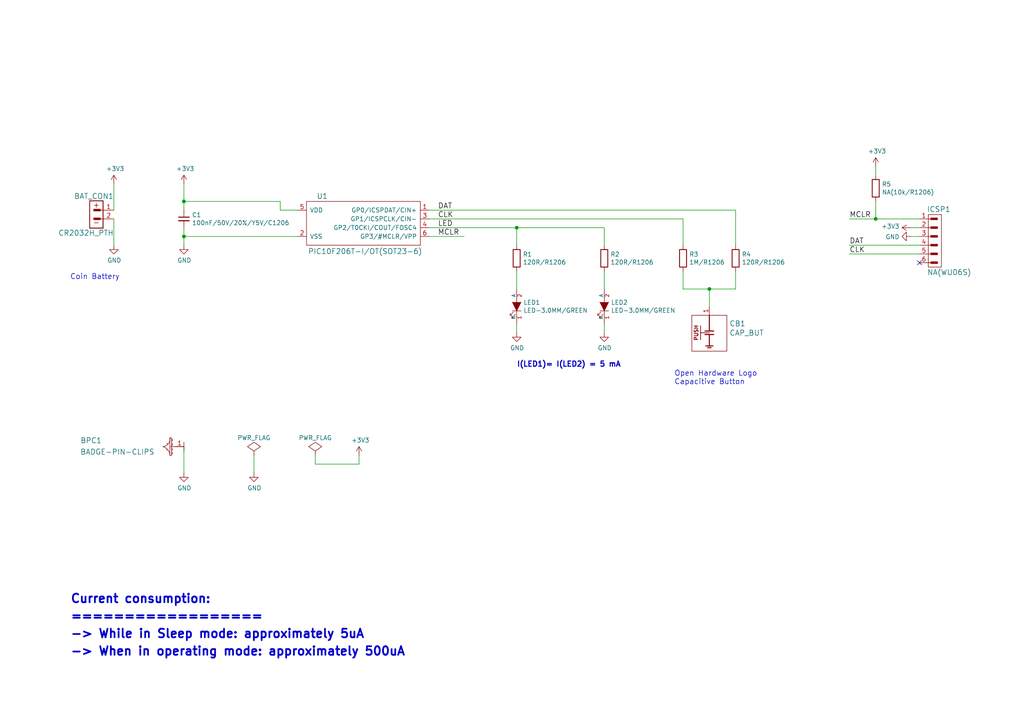
<source format=kicad_sch>
(kicad_sch (version 20230121) (generator eeschema)
  (paper "A4")
  (title_block (company "OLIMEX LTD.") (comment 1 "https://www.olimex.com"))
  (lib_symbols
    (symbol "OSHW-GHOST_Rev_A-rescue:+3.3V" (power) (pin_names (offset 0))
      (property "Value" "+3.3V" (at 0 3.556 0))
      (symbol "+3.3V_0_1"
        (polyline (pts (xy -0.762 1.27) (xy 0 2.54)))
        (polyline (pts (xy 0 0) (xy 0 2.54)))
        (polyline (pts (xy 0 2.54) (xy 0.762 1.27)))
      )
      (symbol "+3.3V_1_1"
        (pin power_in line (at 0 0 90) (length 0) hide (name "+3V3") (number "1"))
      )
    )
    (symbol "OSHW-GHOST_Rev_A-rescue:+3V" (power) (pin_names (offset 0))
      (property "Value" "+3V" (at 0 3.556 0))
      (symbol "+3V_0_1"
        (polyline (pts (xy -0.762 1.27) (xy 0 2.54)))
        (polyline (pts (xy 0 0) (xy 0 2.54)))
        (polyline (pts (xy 0 2.54) (xy 0.762 1.27)))
      )
      (symbol "+3V_1_1"
        (pin power_in line (at 0 0 90) (length 0) hide (name "+3V3") (number "1"))
      )
    )
    (symbol "OSHW-GHOST_Rev_A-rescue:BADGE-PIN-CLIPS" (pin_names (offset 1.016))
      (property "Reference" "BPC" (at 0 12.7 0))
      (property "Value" "BADGE-PIN-CLIPS" (at 0 -12.7 0))
      (symbol "BADGE-PIN-CLIPS_0_1"
        (arc (start -2.286 0) (mid -0.722 0.8362) (end -0.254 2.54))
        (arc (start -0.254 -2.54) (mid -0.8497 -0.9318) (end -2.286 0))
        (rectangle (start -0.254 2.54) (end 0.254 -2.54))
        (polyline (pts (xy -1.016 -0.762) (xy -1.27 -1.016)))
        (polyline (pts (xy -0.889 0.762) (xy -1.143 1.016)))
        (polyline (pts (xy 0 0) (xy 3.81 0)))
        (polyline (pts (xy 3.81 1.27) (xy 3.81 -1.27)))
        (polyline (pts (xy 0.254 -1.524) (xy 0.508 -1.905) (xy 0.254 -2.286)))
        (polyline (pts (xy 0.254 -0.381) (xy 0.508 -0.762) (xy 0.254 -1.143)))
        (polyline (pts (xy 0.254 1.016) (xy 0.508 0.635) (xy 0.254 0.254)))
        (polyline (pts (xy 0.254 2.286) (xy 0.508 1.905) (xy 0.254 1.524)))
      )
      (symbol "BADGE-PIN-CLIPS_1_1"
        (pin power_in line (at 3.81 0 180) (length 2.4892) (name "~") (number "1"))
      )
    )
    (symbol "OSHW-GHOST_Rev_A-rescue:BAT_CON" (pin_names (offset 1.016))
      (property "Reference" "BAT_CON" (at 0.635 5.08 0))
      (property "Value" "BAT_CON" (at 0 -5.334 0))
      (symbol "BAT_CON_0_0"
        (rectangle (start -2.0066 4.064) (end 1.9812 -4.0132))
        (rectangle (start -1.905 3.9116) (end 1.8796 -3.8608))
        (rectangle (start -1.1684 -0.9652) (end 0.762 -1.524))
        (rectangle (start -1.1684 1.5748) (end 0.762 1.016))
        (rectangle (start -1.0414 1.3716) (end 0.635 1.1684))
        (rectangle (start -0.9398 -1.143) (end 0.7366 -1.3462))
        (polyline (pts (xy -1.905 -1.27) (xy -1.143 -1.27)))
        (polyline (pts (xy -1.905 1.27) (xy -1.143 1.27)))
        (rectangle (start 0.6858 1.2446) (end -0.9652 1.3462))
        (rectangle (start 0.7112 -1.3208) (end -0.9398 -1.2192))
        (rectangle (start 0.7112 1.1176) (end -1.0668 1.4732))
        (rectangle (start 0.7366 -1.4224) (end -1.0414 -1.0668))
        (text "+" (at 0 2.794 0) (effects (font (size 1.524 1.524))))
        (text "-" (at 0 -2.286 0) (effects (font (size 1.524 1.524))))
      )
      (symbol "BAT_CON_1_1"
        (pin passive line (at -5.08 1.27 0) (length 2.9972) (name "~") (number "1"))
        (pin passive line (at -5.08 -1.27 0) (length 2.9972) (name "~") (number "2"))
      )
    )
    (symbol "OSHW-GHOST_Rev_A-rescue:C" (pin_numbers hide) (pin_names (offset 0.254) hide)
      (property "Reference" "C" (at 0.254 1.778 0))
      (property "Value" "C" (at 0.254 -2.032 0))
      (symbol "C_0_1"
        (polyline (pts (xy -1.524 -0.508) (xy 1.524 -0.508)) (stroke (width 0.3302)))
        (polyline (pts (xy -1.524 0.508) (xy 1.524 0.508)) (stroke (width 0.3048)))
      )
      (symbol "C_1_1"
        (pin passive line (at 0 2.54 270) (length 1.905) (name "~") (number "1"))
        (pin passive line (at 0 -2.54 90) (length 2.032) (name "~") (number "2"))
      )
    )
    (symbol "OSHW-GHOST_Rev_A-rescue:CAP_BUT" (pin_names (offset 1.016))
      (property "Reference" "CB" (at -3.81 6.858 0))
      (property "Value" "CAP_BUT" (at -0.254 -7.112 0))
      (symbol "CAP_BUT_0_0"
        (polyline (pts (xy -2.54 0) (xy 0 0)) (stroke (width 0.2032)))
        (polyline (pts (xy -2.54 2.032) (xy -2.54 -2.032)) (stroke (width 0.2032)))
        (polyline (pts (xy -1.016 -3.81) (xy 1.016 -3.81)) (stroke (width 0.3048)))
        (polyline (pts (xy -0.508 -4.318) (xy 0.508 -4.318)) (stroke (width 0.3048)))
        (polyline (pts (xy 0 -4.826) (xy 0 -4.826)) (stroke (width 0.3048)))
        (polyline (pts (xy 0 0.508) (xy 0 5.08)) (stroke (width 0.3048)))
        (polyline (pts (xy -1.27 -0.508) (xy 0 -0.508) (xy 1.27 -0.508)) (stroke (width 0.3048)))
        (polyline (pts (xy -1.27 0.508) (xy 0 0.508) (xy 1.27 0.508)) (stroke (width 0.3048)))
        (polyline (pts (xy 0 -0.508) (xy 0 -3.048) (xy 0 -3.81)) (stroke (width 0.3048)))
        (text "PUSH" (at -3.81 0 900) (effects (font (size 1.0922 1.0922) bold)))
      )
      (symbol "CAP_BUT_0_1"
        (rectangle (start -5.08 5.08) (end 5.08 -5.334))
      )
      (symbol "CAP_BUT_1_1"
        (pin bidirectional line (at 0 7.62 270) (length 2.4892) (name "~") (number "1"))
      )
    )
    (symbol "OSHW-GHOST_Rev_A-rescue:CON6" (pin_names (offset 1.016))
      (property "Reference" "CON" (at -1.27 7.62 0))
      (property "Value" "CON6" (at -1.27 -10.16 0))
      (symbol "CON6_0_0"
        (rectangle (start -2.6416 -7.7724) (end -0.8636 -7.4168))
        (rectangle (start -2.6416 -5.2324) (end -0.8636 -4.8768))
        (rectangle (start -2.6416 -2.6924) (end -0.8636 -2.3368))
        (rectangle (start -2.6416 -0.1524) (end -0.8636 0.2032))
        (rectangle (start -2.6416 2.3876) (end -0.8636 2.7432))
        (rectangle (start -2.6162 -7.6708) (end -0.9652 -7.5692))
        (rectangle (start -2.6162 -5.1308) (end -0.9652 -5.0292))
        (rectangle (start -2.6162 -2.5908) (end -0.9652 -2.4892))
        (rectangle (start -2.6162 -0.0508) (end -0.9652 0.0508))
        (rectangle (start -2.6162 2.4892) (end -0.9652 2.5908))
        (rectangle (start -2.6162 4.9276) (end -0.8382 5.2832))
        (rectangle (start -2.5908 5.0546) (end -0.9398 5.1562))
        (rectangle (start -0.9652 -7.493) (end -2.6416 -7.6962))
        (rectangle (start -0.9652 -4.953) (end -2.6416 -5.1562))
        (rectangle (start -0.9652 -2.413) (end -2.6416 -2.6162))
        (rectangle (start -0.9652 0.127) (end -2.6416 -0.0762))
        (rectangle (start -0.9652 2.667) (end -2.6416 2.4638))
        (rectangle (start -0.8636 5.1816) (end -2.54 4.9784))
        (rectangle (start -0.7366 -7.3152) (end -2.667 -7.874))
        (rectangle (start -0.7366 -4.7752) (end -2.667 -5.334))
        (rectangle (start -0.7366 -2.2352) (end -2.667 -2.794))
        (rectangle (start -0.7366 0.3048) (end -2.667 -0.254))
        (rectangle (start -0.7366 2.8448) (end -2.667 2.286))
        (rectangle (start -0.7366 5.3848) (end -2.667 4.826))
        (polyline (pts (xy 0 -7.62) (xy -0.762 -7.62)))
        (polyline (pts (xy 0 -5.08) (xy -0.762 -5.08)))
        (polyline (pts (xy 0 -2.54) (xy -0.762 -2.54)))
        (polyline (pts (xy 0 0) (xy -0.762 0)))
        (polyline (pts (xy 0 2.54) (xy -0.762 2.54)))
        (polyline (pts (xy 0 5.08) (xy -0.762 5.08)))
      )
      (symbol "CON6_0_1"
        (rectangle (start -3.81 6.35) (end 0 -8.89))
      )
      (symbol "CON6_1_1"
        (pin passive line (at 2.54 5.08 180) (length 2.54) (name "~") (number "1"))
        (pin passive line (at 2.54 2.54 180) (length 2.54) (name "~") (number "2"))
        (pin passive line (at 2.54 0 180) (length 2.54) (name "~") (number "3"))
        (pin passive line (at 2.54 -2.54 180) (length 2.54) (name "~") (number "4"))
        (pin passive line (at 2.54 -5.08 180) (length 2.54) (name "~") (number "5"))
        (pin passive line (at 2.54 -7.62 180) (length 2.54) (name "~") (number "6"))
      )
    )
    (symbol "OSHW-GHOST_Rev_A-rescue:GND" (power) (pin_names (offset 0))
      (property "Value" "GND" (at 0 -3.81 0))
      (symbol "GND_0_1"
        (polyline (pts (xy 0 0) (xy 0 -1.27) (xy 1.27 -1.27) (xy 0 -2.54) (xy -1.27 -1.27) (xy 0 -1.27)))
      )
      (symbol "GND_1_1"
        (pin power_in line (at 0 0 270) (length 0) hide (name "GND") (number "1"))
      )
    )
    (symbol "OSHW-GHOST_Rev_A-rescue:LED" (pin_names (offset 0))
      (property "Reference" "LED" (at 0 2.54 0))
      (property "Value" "LED" (at 0 -2.54 0))
      (symbol "LED_0_1"
        (polyline (pts (xy -3.302 1.397) (xy -3.302 0.889)))
        (polyline (pts (xy -2.54 1.905) (xy -2.032 1.905)))
        (polyline (pts (xy -1.27 -1.27) (xy -1.27 1.27)))
        (polyline (pts (xy -2.286 0.381) (xy -3.302 1.397) (xy -2.794 1.397)))
        (polyline (pts (xy -1.651 1.016) (xy -2.54 1.905) (xy -2.54 1.397)))
        (polyline (pts (xy 1.27 -1.27) (xy -1.27 0) (xy 1.27 1.27)) (fill (type outline)))
      )
      (symbol "LED_1_1"
        (pin passive line (at -5.08 0 0) (length 3.81) (name "K") (number "1"))
        (pin passive line (at 5.08 0 180) (length 3.81) (name "A") (number "2"))
      )
    )
    (symbol "OSHW-GHOST_Rev_A-rescue:PIC10F206T-I/OT(SOT23-6)" (pin_names (offset 1.016))
      (property "Reference" "U" (at -14.986 6.35 0))
      (property "Value" "PIC10F206T-I/OT(SOT23-6)" (at -1.016 -9.398 0))
      (symbol "PIC10F206T-I/OT(SOT23-6)_0_1"
        (rectangle (start -17.78 5.08) (end 15.24 -7.62))
      )
      (symbol "PIC10F206T-I/OT(SOT23-6)_1_1"
        (pin bidirectional line (at 17.78 2.54 180) (length 2.4892) (name "GP0/ICSPDAT/CIN+") (number "1"))
        (pin power_in line (at -20.32 -5.08 0) (length 2.4892) (name "VSS") (number "2"))
        (pin bidirectional line (at 17.78 0 180) (length 2.4892) (name "GP1/ICSPCLK/CIN-") (number "3"))
        (pin bidirectional line (at 17.78 -2.54 180) (length 2.4892) (name "GP2/T0CKI/COUT/FOSC4") (number "4"))
        (pin power_in line (at -20.32 2.54 0) (length 2.4892) (name "VDD") (number "5"))
        (pin input line (at 17.78 -5.08 180) (length 2.4892) (name "GP3/#MCLR/VPP") (number "6"))
      )
    )
    (symbol "OSHW-GHOST_Rev_A-rescue:PWR_FLAG" (power) (pin_numbers hide) (pin_names (offset 0) hide)
      (property "Value" "PWR_FLAG" (at 0 4.572 0))
      (symbol "PWR_FLAG_0_0"
        (pin power_out line (at 0 0 90) (length 0) (name "pwr") (number "1"))
      )
      (symbol "PWR_FLAG_0_1"
        (polyline (pts (xy 0 0) (xy 0 1.27) (xy -1.905 2.54) (xy 0 3.81) (xy 1.905 2.54) (xy 0 1.27)))
      )
    )
    (symbol "OSHW-GHOST_Rev_A-rescue:R" (pin_numbers hide) (pin_names (offset 0))
      (property "Reference" "R" (at 0 2.032 0))
      (property "Value" "R" (at 0 0 0))
      (symbol "R_0_1"
        (rectangle (start 2.54 -1.016) (end -2.54 1.016) (stroke (width 0.254)))
      )
      (symbol "R_1_1"
        (pin passive line (at -3.81 0 0) (length 1.27) (name "~") (number "1"))
        (pin passive line (at 3.81 0 180) (length 1.27) (name "~") (number "2"))
      )
    )
  )
  (junction (at 205.74 83.82))
  (junction (at 149.86 66.04))
  (junction (at 53.34 58.42))
  (junction (at 254 63.5))
  (junction (at 53.34 68.58))
  (no_connect (at 266.7 76.2))
  (wire (pts (xy 81.28 58.42) (xy 53.34 58.42)))
  (wire (pts (xy 149.86 78.74) (xy 149.86 83.82)))
  (wire (pts (xy 53.34 129.54) (xy 53.34 137.16)))
  (wire (pts (xy 73.66 137.16) (xy 73.66 132.08)))
  (wire (pts (xy 91.44 134.62) (xy 104.14 134.62)))
  (wire (pts (xy 104.14 134.62) (xy 104.14 132.08)))
  (wire (pts (xy 198.12 78.74) (xy 198.12 83.82)))
  (wire (pts (xy 33.02 60.96) (xy 33.02 53.34)))
  (wire (pts (xy 213.36 83.82) (xy 213.36 78.74)))
  (wire (pts (xy 149.86 93.98) (xy 149.86 96.52)))
  (wire (pts (xy 124.46 63.5) (xy 198.12 63.5)))
  (wire (pts (xy 33.02 63.5) (xy 33.02 71.12)))
  (wire (pts (xy 53.34 53.34) (xy 53.34 58.42)))
  (wire (pts (xy 149.86 71.12) (xy 149.86 66.04)))
  (wire (pts (xy 266.7 71.12) (xy 246.38 71.12)))
  (wire (pts (xy 175.26 93.98) (xy 175.26 96.52)))
  (wire (pts (xy 124.46 60.96) (xy 213.36 60.96)))
  (wire (pts (xy 264.16 68.58) (xy 266.7 68.58)))
  (wire (pts (xy 175.26 78.74) (xy 175.26 83.82)))
  (wire (pts (xy 53.34 68.58) (xy 53.34 71.12)))
  (wire (pts (xy 81.28 60.96) (xy 81.28 58.42)))
  (wire (pts (xy 205.74 88.9) (xy 205.74 83.82)))
  (wire (pts (xy 198.12 83.82) (xy 205.74 83.82)))
  (wire (pts (xy 254 48.26) (xy 254 50.8)))
  (wire (pts (xy 91.44 132.08) (xy 91.44 134.62)))
  (wire (pts (xy 205.74 83.82) (xy 213.36 83.82)))
  (wire (pts (xy 86.36 60.96) (xy 81.28 60.96)))
  (wire (pts (xy 149.86 66.04) (xy 175.26 66.04)))
  (wire (pts (xy 246.38 63.5) (xy 254 63.5)))
  (wire (pts (xy 264.16 66.04) (xy 266.7 66.04)))
  (wire (pts (xy 86.36 68.58) (xy 53.34 68.58)))
  (wire (pts (xy 124.46 68.58) (xy 134.62 68.58)))
  (wire (pts (xy 198.12 63.5) (xy 198.12 71.12)))
  (wire (pts (xy 254 63.5) (xy 266.7 63.5)))
  (wire (pts (xy 266.7 73.66) (xy 246.38 73.66)))
  (wire (pts (xy 53.34 58.42) (xy 53.34 60.96)))
  (wire (pts (xy 213.36 60.96) (xy 213.36 71.12)))
  (wire (pts (xy 254 58.42) (xy 254 63.5)))
  (wire (pts (xy 175.26 66.04) (xy 175.26 71.12)))
  (wire (pts (xy 53.34 66.04) (xy 53.34 68.58)))
  (wire (pts (xy 124.46 66.04) (xy 149.86 66.04)))
  (text "==================" (at 20.32 180.34 0) (effects (font (size 2.4892 2.4892) (thickness 0.4978) bold) (justify left bottom)))
  (text "Coin Battery" (at 20.32 81.28 0) (effects (font (size 1.524 1.524)) (justify left bottom)))
  (text "Open Hardware Logo\nCapacitive Button" (at 195.58 111.76 0) (effects (font (size 1.524 1.524)) (justify left bottom)))
  (text "-> While in Sleep mode: approximately 5uA" (at 20.32 185.42 0) (effects (font (size 2.4892 2.4892) (thickness 0.4978) bold) (justify left bottom)))
  (text "-> When in operating mode: approximately 500uA" (at 20.32 190.5 0) (effects (font (size 2.4892 2.4892) (thickness 0.4978) bold) (justify left bottom)))
  (text "I(LED1)= I(LED2) = 5 mA" (at 149.86 106.68 0) (effects (font (size 1.524 1.524) (thickness 0.3048) bold) (justify left bottom)))
  (text "Current consumption:" (at 20.32 175.26 0) (effects (font (size 2.4892 2.4892) (thickness 0.4978) bold) (justify left bottom)))
  (label "CLK" (at 127 63.5 0) (effects (font (size 1.524 1.524))))
  (label "LED" (at 127 66.04 0) (effects (font (size 1.524 1.524))))
  (label "CLK" (at 246.38 73.66 0) (effects (font (size 1.524 1.524))))
  (label "DAT" (at 246.38 71.12 0) (effects (font (size 1.524 1.524))))
  (label "MCLR" (at 246.38 63.5 0) (effects (font (size 1.524 1.524))))
  (label "MCLR" (at 127 68.58 0) (effects (font (size 1.524 1.524))))
  (label "DAT" (at 127 60.96 0) (effects (font (size 1.524 1.524))))
  (symbol (lib_id "OSHW-GHOST_Rev_A-rescue:BAT_CON") (at 27.94 62.23 0) (mirror y) (unit 1)
    (property "Reference" "BAT_CON1" (at 33.02 56.896 0) (effects (font (size 1.524 1.524)) (justify left)))
    (property "Value" "CR2032H_PTH" (at 33.02 67.564 0) (effects (font (size 1.524 1.524)) (justify left)))
    (property "Footprint" "OLIMEX_Connectors-FP:CR2032H_PTH" (effects hide))
    (property "Fieldname 1" "Value 1" (effects hide))
    (property "Fieldname2" "Value2" (effects hide))
    (property "Fieldname3" "Value3" (effects hide))
  )
  (symbol (lib_id "OSHW-GHOST_Rev_A-rescue:PIC10F206T-I/OT(SOT23-6)") (at 106.68 63.5 0) (unit 1)
    (property "Reference" "U1" (at 93.472 56.896 0) (effects (font (size 1.524 1.524))))
    (property "Value" "PIC10F206T-I/OT(SOT23-6)" (at 105.918 72.898 0) (effects (font (size 1.524 1.524))))
    (property "Footprint" "OLIMEX_IC-FP:SOT23-6" (effects hide))
    (property "Fieldname 1" "Value 1" (effects hide))
    (property "Fieldname2" "Value2" (effects hide))
    (property "Fieldname3" "Value3" (effects hide))
  )
  (symbol (lib_id "OSHW-GHOST_Rev_A-rescue:C") (at 53.34 63.5 0) (unit 1)
    (property "Reference" "C1" (at 55.6768 62.3316 0) (effects (justify left)))
    (property "Value" "100nF/50V/20%/Y5V/C1206" (at 55.6768 64.643 0) (effects (justify left)))
    (property "Footprint" "OLIMEX_RLC-FP:C_1206_5MIL_DWS" (effects hide))
    (property "Fieldname 1" "Value 1" (effects hide))
    (property "Fieldname2" "Value2" (effects hide))
    (property "Fieldname3" "Value3" (effects hide))
  )
  (symbol (lib_id "OSHW-GHOST_Rev_A-rescue:GND") (at 53.34 71.12 0) (unit 1)
    (property "Reference" "#PWR01" (effects hide))
    (property "Value" "GND" (at 53.467 75.5142 0))
  )
  (symbol (lib_id "OSHW-GHOST_Rev_A-rescue:GND") (at 33.02 71.12 0) (unit 1)
    (property "Reference" "#PWR02" (effects hide))
    (property "Value" "GND" (at 33.147 75.5142 0))
  )
  (symbol (lib_id "OSHW-GHOST_Rev_A-rescue:R") (at 198.12 74.93 270) (unit 1)
    (property "Reference" "R3" (at 199.898 73.7616 90) (effects (justify left)))
    (property "Value" "1M/R1206" (at 199.898 76.073 90) (effects (justify left)))
    (property "Footprint" "OLIMEX_RLC-FP:R_1206_5MIL_DWS" (effects hide))
    (property "Fieldname 1" "Value 1" (effects hide))
    (property "Fieldname2" "Value2" (effects hide))
    (property "Fieldname3" "Value3" (effects hide))
  )
  (symbol (lib_id "OSHW-GHOST_Rev_A-rescue:R") (at 213.36 74.93 270) (unit 1)
    (property "Reference" "R4" (at 215.138 73.7616 90) (effects (justify left)))
    (property "Value" "120R/R1206" (at 215.138 76.073 90) (effects (justify left)))
    (property "Footprint" "OLIMEX_RLC-FP:R_1206_5MIL_DWS" (effects hide))
    (property "Fieldname 1" "Value 1" (effects hide))
    (property "Fieldname2" "Value2" (effects hide))
    (property "Fieldname3" "Value3" (effects hide))
  )
  (symbol (lib_id "OSHW-GHOST_Rev_A-rescue:CAP_BUT") (at 205.74 96.52 0) (unit 1)
    (property "Reference" "CB1" (at 211.5312 93.853 0) (effects (font (size 1.524 1.524)) (justify left)))
    (property "Value" "CAP_BUT" (at 211.5312 96.5454 0) (effects (font (size 1.524 1.524)) (justify left)))
    (property "Footprint" "OLIMEX_Buttons-FP:CAP_BUT_LOGO_OPENHARDWARE_16x16" (effects hide))
    (property "Fieldname 1" "Value 1" (effects hide))
    (property "Fieldname2" "Value2" (effects hide))
    (property "Fieldname3" "Value3" (effects hide))
  )
  (symbol (lib_id "OSHW-GHOST_Rev_A-rescue:R") (at 149.86 74.93 270) (unit 1)
    (property "Reference" "R1" (at 151.638 73.7616 90) (effects (justify left)))
    (property "Value" "120R/R1206" (at 151.638 76.073 90) (effects (justify left)))
    (property "Footprint" "OLIMEX_RLC-FP:R_1206_5MIL_DWS" (effects hide))
    (property "Fieldname 1" "Value 1" (effects hide))
    (property "Fieldname2" "Value2" (effects hide))
    (property "Fieldname3" "Value3" (effects hide))
  )
  (symbol (lib_id "OSHW-GHOST_Rev_A-rescue:R") (at 175.26 74.93 270) (unit 1)
    (property "Reference" "R2" (at 177.038 73.7616 90) (effects (justify left)))
    (property "Value" "120R/R1206" (at 177.038 76.073 90) (effects (justify left)))
    (property "Footprint" "OLIMEX_RLC-FP:R_1206_5MIL_DWS" (effects hide))
    (property "Fieldname 1" "Value 1" (effects hide))
    (property "Fieldname2" "Value2" (effects hide))
    (property "Fieldname3" "Value3" (effects hide))
  )
  (symbol (lib_id "OSHW-GHOST_Rev_A-rescue:LED") (at 149.86 88.9 90) (unit 1)
    (property "Reference" "LED1" (at 151.8158 87.7316 90) (effects (justify right)))
    (property "Value" "LED-3.0MM/GREEN" (at 151.8158 90.043 90) (effects (justify right)))
    (property "Footprint" "OLIMEX_LEDs-FP:LED-3mm-PTH-KA" (effects hide))
    (property "Fieldname 1" "Value 1" (effects hide))
    (property "Fieldname2" "Value2" (effects hide))
    (property "Fieldname3" "Value3" (effects hide))
  )
  (symbol (lib_id "OSHW-GHOST_Rev_A-rescue:LED") (at 175.26 88.9 90) (unit 1)
    (property "Reference" "LED2" (at 177.2158 87.7316 90) (effects (justify right)))
    (property "Value" "LED-3.0MM/GREEN" (at 177.2158 90.043 90) (effects (justify right)))
    (property "Footprint" "OLIMEX_LEDs-FP:LED-3mm-PTH-KA" (effects hide))
    (property "Fieldname 1" "Value 1" (effects hide))
    (property "Fieldname2" "Value2" (effects hide))
    (property "Fieldname3" "Value3" (effects hide))
  )
  (symbol (lib_id "OSHW-GHOST_Rev_A-rescue:GND") (at 149.86 96.52 0) (unit 1)
    (property "Reference" "#PWR05" (effects hide))
    (property "Value" "GND" (at 149.987 100.9142 0))
  )
  (symbol (lib_id "OSHW-GHOST_Rev_A-rescue:GND") (at 175.26 96.52 0) (unit 1)
    (property "Reference" "#PWR06" (effects hide))
    (property "Value" "GND" (at 175.387 100.9142 0))
  )
  (symbol (lib_id "OSHW-GHOST_Rev_A-rescue:CON6") (at 269.24 68.58 0) (mirror y) (unit 1)
    (property "Reference" "ICSP1" (at 272.288 60.706 0) (effects (font (size 1.524 1.524))))
    (property "Value" "NA(WU06S)" (at 275.336 78.994 0) (effects (font (size 1.524 1.524))))
    (property "Footprint" "OLIMEX_Connectors-FP:ICSP-WU06S" (effects hide))
    (property "Fieldname 1" "Value 1" (effects hide))
    (property "Fieldname2" "Value2" (effects hide))
    (property "Fieldname3" "Value3" (effects hide))
  )
  (symbol (lib_id "OSHW-GHOST_Rev_A-rescue:R") (at 254 54.61 270) (unit 1)
    (property "Reference" "R5" (at 255.778 53.4416 90) (effects (justify left)))
    (property "Value" "NA(10k/R1206)" (at 255.778 55.753 90) (effects (justify left)))
    (property "Footprint" "OLIMEX_RLC-FP:R_1206_5MIL_DWS" (effects hide))
    (property "Fieldname 1" "Value 1" (effects hide))
    (property "Fieldname2" "Value2" (effects hide))
    (property "Fieldname3" "Value3" (effects hide))
  )
  (symbol (lib_id "OSHW-GHOST_Rev_A-rescue:+3.3V") (at 264.16 66.04 90) (unit 1)
    (property "Reference" "#PWR08" (effects hide))
    (property "Value" "+3.3V" (at 260.9088 65.659 90) (effects (justify left)))
  )
  (symbol (lib_id "OSHW-GHOST_Rev_A-rescue:GND") (at 264.16 68.58 270) (unit 1)
    (property "Reference" "#PWR09" (effects hide))
    (property "Value" "GND" (at 260.9088 68.707 90) (effects (justify right)))
  )
  (symbol (lib_id "OSHW-GHOST_Rev_A-rescue:GND") (at 53.34 137.16 0) (unit 1)
    (property "Reference" "#PWR010" (effects hide))
    (property "Value" "GND" (at 53.467 141.5542 0))
  )
  (symbol (lib_id "OSHW-GHOST_Rev_A-rescue:BADGE-PIN-CLIPS") (at 49.53 129.54 0) (unit 1)
    (property "Reference" "BPC1" (at 26.416 127.762 0) (effects (font (size 1.524 1.524))))
    (property "Value" "BADGE-PIN-CLIPS" (at 34.036 131.064 0) (effects (font (size 1.524 1.524))))
    (property "Footprint" "OLIMEX_Other-FP:BADGE-PIN-CLIPS" (effects hide))
    (property "Fieldname 1" "Value 1" (effects hide))
    (property "Fieldname2" "Value2" (effects hide))
    (property "Fieldname3" "Value3" (effects hide))
  )
  (symbol (lib_id "OSHW-GHOST_Rev_A-rescue:PWR_FLAG") (at 73.66 132.08 0) (unit 1)
    (property "Reference" "#FLG011" (effects hide))
    (property "Value" "PWR_FLAG" (at 73.66 127 0))
  )
  (symbol (lib_id "OSHW-GHOST_Rev_A-rescue:GND") (at 73.66 137.16 0) (unit 1)
    (property "Reference" "#PWR012" (effects hide))
    (property "Value" "GND" (at 73.787 141.5542 0))
  )
  (symbol (lib_id "OSHW-GHOST_Rev_A-rescue:PWR_FLAG") (at 91.44 132.08 0) (mirror y) (unit 1)
    (property "Reference" "#FLG014" (effects hide))
    (property "Value" "PWR_FLAG" (at 91.44 127 0))
  )
  (symbol (lib_id "OSHW-GHOST_Rev_A-rescue:+3V") (at 33.02 53.34 0) (unit 1)
    (property "Reference" "#PWR?" (effects hide))
    (property "Value" "+3V" (at 33.401 48.9458 0))
  )
  (symbol (lib_id "OSHW-GHOST_Rev_A-rescue:+3V") (at 53.34 53.34 0) (unit 1)
    (property "Reference" "#PWR?" (effects hide))
    (property "Value" "+3V" (at 53.721 48.9458 0))
  )
  (symbol (lib_id "OSHW-GHOST_Rev_A-rescue:+3V") (at 254 48.26 0) (unit 1)
    (property "Reference" "#PWR?" (effects hide))
    (property "Value" "+3V" (at 254.381 43.8658 0))
  )
  (symbol (lib_id "OSHW-GHOST_Rev_A-rescue:+3V") (at 104.14 132.08 0) (unit 1)
    (property "Reference" "#PWR?" (effects hide))
    (property "Value" "+3V" (at 104.521 127.6858 0))
  )
)
</source>
